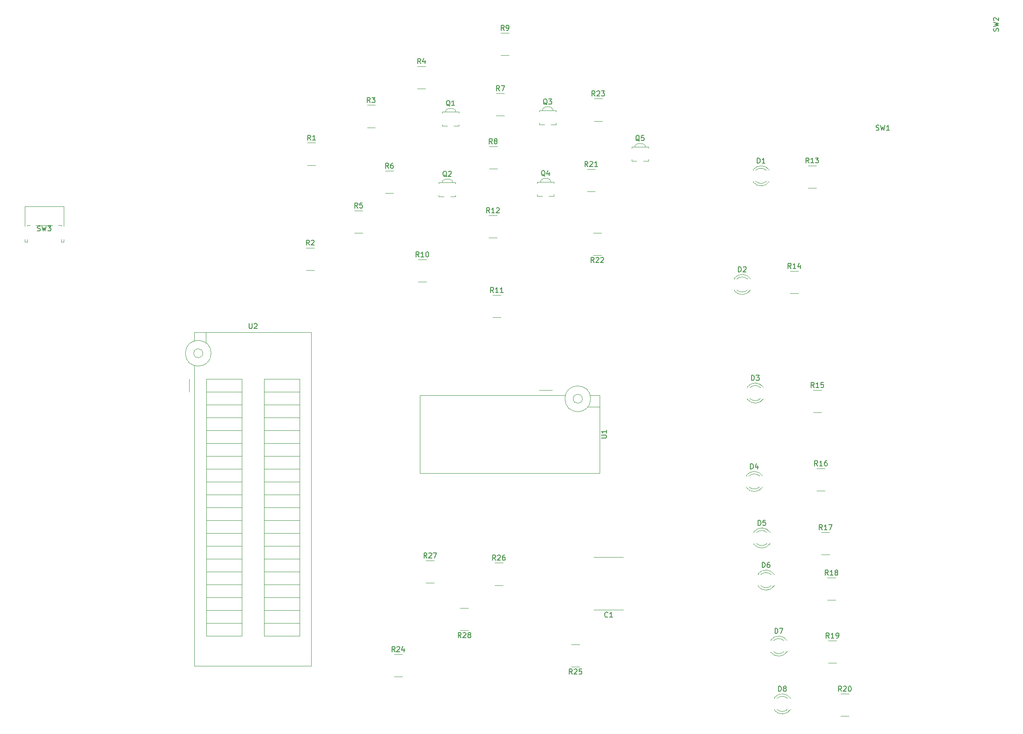
<source format=gbr>
%TF.GenerationSoftware,KiCad,Pcbnew,5.1.6-c6e7f7d~87~ubuntu18.04.1*%
%TF.CreationDate,2020-08-21T18:13:35-04:00*%
%TF.ProjectId,tutorial2,7475746f-7269-4616-9c32-2e6b69636164,rev?*%
%TF.SameCoordinates,Original*%
%TF.FileFunction,Legend,Top*%
%TF.FilePolarity,Positive*%
%FSLAX46Y46*%
G04 Gerber Fmt 4.6, Leading zero omitted, Abs format (unit mm)*
G04 Created by KiCad (PCBNEW 5.1.6-c6e7f7d~87~ubuntu18.04.1) date 2020-08-21 18:13:35*
%MOMM*%
%LPD*%
G01*
G04 APERTURE LIST*
%ADD10C,0.120000*%
%ADD11C,0.150000*%
G04 APERTURE END LIST*
D10*
%TO.C,D1*%
X181970000Y-49639000D02*
X181970000Y-49795000D01*
X181970000Y-51955000D02*
X181970000Y-52111000D01*
X185202335Y-49796392D02*
G75*
G03*
X181970000Y-49639484I-1672335J-1078608D01*
G01*
X185202335Y-51953608D02*
G75*
G02*
X181970000Y-52110516I-1672335J1078608D01*
G01*
X184571130Y-49795163D02*
G75*
G03*
X182489039Y-49795000I-1041130J-1079837D01*
G01*
X184571130Y-51954837D02*
G75*
G02*
X182489039Y-51955000I-1041130J1079837D01*
G01*
%TO.C,D2*%
X178235000Y-73430000D02*
X178235000Y-73586000D01*
X178235000Y-71114000D02*
X178235000Y-71270000D01*
X180836130Y-73429837D02*
G75*
G02*
X178754039Y-73430000I-1041130J1079837D01*
G01*
X180836130Y-71270163D02*
G75*
G03*
X178754039Y-71270000I-1041130J-1079837D01*
G01*
X181467335Y-73428608D02*
G75*
G02*
X178235000Y-73585516I-1672335J1078608D01*
G01*
X181467335Y-71271392D02*
G75*
G03*
X178235000Y-71114484I-1672335J-1078608D01*
G01*
%TO.C,D3*%
X180810000Y-94905000D02*
X180810000Y-95061000D01*
X180810000Y-92589000D02*
X180810000Y-92745000D01*
X183411130Y-94904837D02*
G75*
G02*
X181329039Y-94905000I-1041130J1079837D01*
G01*
X183411130Y-92745163D02*
G75*
G03*
X181329039Y-92745000I-1041130J-1079837D01*
G01*
X184042335Y-94903608D02*
G75*
G02*
X180810000Y-95060516I-1672335J1078608D01*
G01*
X184042335Y-92746392D02*
G75*
G03*
X180810000Y-92589484I-1672335J-1078608D01*
G01*
%TO.C,D4*%
X180620000Y-110064000D02*
X180620000Y-110220000D01*
X180620000Y-112380000D02*
X180620000Y-112536000D01*
X183852335Y-110221392D02*
G75*
G03*
X180620000Y-110064484I-1672335J-1078608D01*
G01*
X183852335Y-112378608D02*
G75*
G02*
X180620000Y-112535516I-1672335J1078608D01*
G01*
X183221130Y-110220163D02*
G75*
G03*
X181139039Y-110220000I-1041130J-1079837D01*
G01*
X183221130Y-112379837D02*
G75*
G02*
X181139039Y-112380000I-1041130J1079837D01*
G01*
%TO.C,D5*%
X182110000Y-123555000D02*
X182110000Y-123711000D01*
X182110000Y-121239000D02*
X182110000Y-121395000D01*
X184711130Y-123554837D02*
G75*
G02*
X182629039Y-123555000I-1041130J1079837D01*
G01*
X184711130Y-121395163D02*
G75*
G03*
X182629039Y-121395000I-1041130J-1079837D01*
G01*
X185342335Y-123553608D02*
G75*
G02*
X182110000Y-123710516I-1672335J1078608D01*
G01*
X185342335Y-121396392D02*
G75*
G03*
X182110000Y-121239484I-1672335J-1078608D01*
G01*
%TO.C,D6*%
X182935000Y-131880000D02*
X182935000Y-132036000D01*
X182935000Y-129564000D02*
X182935000Y-129720000D01*
X185536130Y-131879837D02*
G75*
G02*
X183454039Y-131880000I-1041130J1079837D01*
G01*
X185536130Y-129720163D02*
G75*
G03*
X183454039Y-129720000I-1041130J-1079837D01*
G01*
X186167335Y-131878608D02*
G75*
G02*
X182935000Y-132035516I-1672335J1078608D01*
G01*
X186167335Y-129721392D02*
G75*
G03*
X182935000Y-129564484I-1672335J-1078608D01*
G01*
%TO.C,D7*%
X185460000Y-142614000D02*
X185460000Y-142770000D01*
X185460000Y-144930000D02*
X185460000Y-145086000D01*
X188692335Y-142771392D02*
G75*
G03*
X185460000Y-142614484I-1672335J-1078608D01*
G01*
X188692335Y-144928608D02*
G75*
G02*
X185460000Y-145085516I-1672335J1078608D01*
G01*
X188061130Y-142770163D02*
G75*
G03*
X185979039Y-142770000I-1041130J-1079837D01*
G01*
X188061130Y-144929837D02*
G75*
G02*
X185979039Y-144930000I-1041130J1079837D01*
G01*
%TO.C,D8*%
X186160000Y-154039000D02*
X186160000Y-154195000D01*
X186160000Y-156355000D02*
X186160000Y-156511000D01*
X189392335Y-154196392D02*
G75*
G03*
X186160000Y-154039484I-1672335J-1078608D01*
G01*
X189392335Y-156353608D02*
G75*
G02*
X186160000Y-156510516I-1672335J1078608D01*
G01*
X188761130Y-154195163D02*
G75*
G03*
X186679039Y-154195000I-1041130J-1079837D01*
G01*
X188761130Y-156354837D02*
G75*
G02*
X186679039Y-156355000I-1041130J1079837D01*
G01*
%TO.C,Q1*%
X121600000Y-37505000D02*
X121100000Y-37885000D01*
X121100000Y-37885000D02*
X121100000Y-38205000D01*
X121600000Y-37505000D02*
X122600000Y-37505000D01*
X122600000Y-37505000D02*
X123100000Y-37885000D01*
X123100000Y-37885000D02*
X123100000Y-38205000D01*
X120450000Y-40995000D02*
X121450000Y-40995000D01*
X120450000Y-40705000D02*
X120450000Y-40995000D01*
X123750000Y-40995000D02*
X122750000Y-40995000D01*
X123750000Y-40995000D02*
X123750000Y-40705000D01*
X120450000Y-38495000D02*
X120450000Y-38205000D01*
X120450000Y-38205000D02*
X123750000Y-38205000D01*
X123750000Y-38205000D02*
X123750000Y-38495000D01*
%TO.C,Q2*%
X123100000Y-52180000D02*
X123100000Y-52470000D01*
X119800000Y-52180000D02*
X123100000Y-52180000D01*
X119800000Y-52470000D02*
X119800000Y-52180000D01*
X123100000Y-54970000D02*
X123100000Y-54680000D01*
X123100000Y-54970000D02*
X122100000Y-54970000D01*
X119800000Y-54680000D02*
X119800000Y-54970000D01*
X119800000Y-54970000D02*
X120800000Y-54970000D01*
X122450000Y-51860000D02*
X122450000Y-52180000D01*
X121950000Y-51480000D02*
X122450000Y-51860000D01*
X120950000Y-51480000D02*
X121950000Y-51480000D01*
X120450000Y-51860000D02*
X120450000Y-52180000D01*
X120950000Y-51480000D02*
X120450000Y-51860000D01*
%TO.C,Q3*%
X140800000Y-37230000D02*
X140300000Y-37610000D01*
X140300000Y-37610000D02*
X140300000Y-37930000D01*
X140800000Y-37230000D02*
X141800000Y-37230000D01*
X141800000Y-37230000D02*
X142300000Y-37610000D01*
X142300000Y-37610000D02*
X142300000Y-37930000D01*
X139650000Y-40720000D02*
X140650000Y-40720000D01*
X139650000Y-40430000D02*
X139650000Y-40720000D01*
X142950000Y-40720000D02*
X141950000Y-40720000D01*
X142950000Y-40720000D02*
X142950000Y-40430000D01*
X139650000Y-38220000D02*
X139650000Y-37930000D01*
X139650000Y-37930000D02*
X142950000Y-37930000D01*
X142950000Y-37930000D02*
X142950000Y-38220000D01*
%TO.C,Q4*%
X142550000Y-52055000D02*
X142550000Y-52345000D01*
X139250000Y-52055000D02*
X142550000Y-52055000D01*
X139250000Y-52345000D02*
X139250000Y-52055000D01*
X142550000Y-54845000D02*
X142550000Y-54555000D01*
X142550000Y-54845000D02*
X141550000Y-54845000D01*
X139250000Y-54555000D02*
X139250000Y-54845000D01*
X139250000Y-54845000D02*
X140250000Y-54845000D01*
X141900000Y-51735000D02*
X141900000Y-52055000D01*
X141400000Y-51355000D02*
X141900000Y-51735000D01*
X140400000Y-51355000D02*
X141400000Y-51355000D01*
X139900000Y-51735000D02*
X139900000Y-52055000D01*
X140400000Y-51355000D02*
X139900000Y-51735000D01*
%TO.C,Q5*%
X159075000Y-44430000D02*
X158575000Y-44810000D01*
X158575000Y-44810000D02*
X158575000Y-45130000D01*
X159075000Y-44430000D02*
X160075000Y-44430000D01*
X160075000Y-44430000D02*
X160575000Y-44810000D01*
X160575000Y-44810000D02*
X160575000Y-45130000D01*
X157925000Y-47920000D02*
X158925000Y-47920000D01*
X157925000Y-47630000D02*
X157925000Y-47920000D01*
X161225000Y-47920000D02*
X160225000Y-47920000D01*
X161225000Y-47920000D02*
X161225000Y-47630000D01*
X157925000Y-45420000D02*
X157925000Y-45130000D01*
X157925000Y-45130000D02*
X161225000Y-45130000D01*
X161225000Y-45130000D02*
X161225000Y-45420000D01*
%TO.C,R1*%
X93815131Y-44340000D02*
X95409869Y-44340000D01*
X93815131Y-48760000D02*
X95409869Y-48760000D01*
%TO.C,R2*%
X93540131Y-69510000D02*
X95134869Y-69510000D01*
X93540131Y-65090000D02*
X95134869Y-65090000D01*
%TO.C,R3*%
X105590631Y-41310000D02*
X107185369Y-41310000D01*
X105590631Y-36890000D02*
X107185369Y-36890000D01*
%TO.C,R4*%
X115564631Y-29190000D02*
X117159369Y-29190000D01*
X115564631Y-33610000D02*
X117159369Y-33610000D01*
%TO.C,R5*%
X103102631Y-57740000D02*
X104697369Y-57740000D01*
X103102631Y-62160000D02*
X104697369Y-62160000D01*
%TO.C,R6*%
X109214631Y-54310000D02*
X110809369Y-54310000D01*
X109214631Y-49890000D02*
X110809369Y-49890000D01*
%TO.C,R7*%
X131140631Y-34540000D02*
X132735369Y-34540000D01*
X131140631Y-38960000D02*
X132735369Y-38960000D01*
%TO.C,R8*%
X129740631Y-49460000D02*
X131335369Y-49460000D01*
X129740631Y-45040000D02*
X131335369Y-45040000D01*
%TO.C,R9*%
X132064631Y-27035000D02*
X133659369Y-27035000D01*
X132064631Y-22615000D02*
X133659369Y-22615000D01*
%TO.C,R10*%
X115714631Y-71835000D02*
X117309369Y-71835000D01*
X115714631Y-67415000D02*
X117309369Y-67415000D01*
%TO.C,R11*%
X130464631Y-74465000D02*
X132059369Y-74465000D01*
X130464631Y-78885000D02*
X132059369Y-78885000D01*
%TO.C,R12*%
X129690631Y-58715000D02*
X131285369Y-58715000D01*
X129690631Y-63135000D02*
X131285369Y-63135000D01*
%TO.C,R13*%
X192840631Y-53260000D02*
X194435369Y-53260000D01*
X192840631Y-48840000D02*
X194435369Y-48840000D01*
%TO.C,R14*%
X189314631Y-69690000D02*
X190909369Y-69690000D01*
X189314631Y-74110000D02*
X190909369Y-74110000D01*
%TO.C,R15*%
X193864631Y-97660000D02*
X195459369Y-97660000D01*
X193864631Y-93240000D02*
X195459369Y-93240000D01*
%TO.C,R16*%
X194564631Y-108715000D02*
X196159369Y-108715000D01*
X194564631Y-113135000D02*
X196159369Y-113135000D01*
%TO.C,R17*%
X195490631Y-125785000D02*
X197085369Y-125785000D01*
X195490631Y-121365000D02*
X197085369Y-121365000D01*
%TO.C,R18*%
X196652631Y-130340000D02*
X198247369Y-130340000D01*
X196652631Y-134760000D02*
X198247369Y-134760000D01*
%TO.C,R19*%
X196840631Y-147185000D02*
X198435369Y-147185000D01*
X196840631Y-142765000D02*
X198435369Y-142765000D01*
%TO.C,R20*%
X199290631Y-153290000D02*
X200885369Y-153290000D01*
X199290631Y-157710000D02*
X200885369Y-157710000D01*
%TO.C,R21*%
X149114631Y-49540000D02*
X150709369Y-49540000D01*
X149114631Y-53960000D02*
X150709369Y-53960000D01*
%TO.C,R22*%
X151909369Y-66585000D02*
X150314631Y-66585000D01*
X151909369Y-62165000D02*
X150314631Y-62165000D01*
%TO.C,R23*%
X150514631Y-40035000D02*
X152109369Y-40035000D01*
X150514631Y-35615000D02*
X152109369Y-35615000D01*
%TO.C,R24*%
X110940631Y-145465000D02*
X112535369Y-145465000D01*
X110940631Y-149885000D02*
X112535369Y-149885000D01*
%TO.C,R25*%
X147609369Y-143540000D02*
X146014631Y-143540000D01*
X147609369Y-147960000D02*
X146014631Y-147960000D01*
%TO.C,R26*%
X130864631Y-131810000D02*
X132459369Y-131810000D01*
X130864631Y-127390000D02*
X132459369Y-127390000D01*
%TO.C,R27*%
X117264631Y-126940000D02*
X118859369Y-126940000D01*
X117264631Y-131360000D02*
X118859369Y-131360000D01*
%TO.C,R28*%
X125635369Y-136340000D02*
X124040631Y-136340000D01*
X125635369Y-140760000D02*
X124040631Y-140760000D01*
%TO.C,U1*%
X149825000Y-94950000D02*
G75*
G03*
X149825000Y-94950000I-2550000J0D01*
G01*
X148175000Y-94950000D02*
G75*
G03*
X148175000Y-94950000I-900000J0D01*
G01*
X144825000Y-94260000D02*
X116085000Y-94260000D01*
X116085000Y-94260000D02*
X116085000Y-109660000D01*
X116085000Y-109660000D02*
X151585000Y-109660000D01*
X151585000Y-109660000D02*
X151585000Y-94260000D01*
X151585000Y-94260000D02*
X149725000Y-94260000D01*
X151585000Y-96500000D02*
X149325000Y-96500000D01*
X139655000Y-93200000D02*
X142195000Y-93200000D01*
%TO.C,U2*%
X71450000Y-81800000D02*
X71450000Y-83500000D01*
X73750000Y-81900000D02*
X73750000Y-83900000D01*
X74750000Y-85950000D02*
G75*
G03*
X74750000Y-85950000I-2550000J0D01*
G01*
X73755000Y-93570000D02*
X73755000Y-91030000D01*
X80855000Y-91030000D02*
X80855000Y-93570000D01*
X73755000Y-91030000D02*
X80855000Y-91030000D01*
X71450000Y-88400000D02*
X71450000Y-147800000D01*
X71450000Y-147800000D02*
X94550000Y-147800000D01*
X94550000Y-147800000D02*
X94550000Y-81800000D01*
X94550000Y-81800000D02*
X71450000Y-81800000D01*
X73755000Y-96110000D02*
X73755000Y-93570000D01*
X73755000Y-93570000D02*
X80855000Y-93570000D01*
X80855000Y-93570000D02*
X80855000Y-96110000D01*
X73755000Y-101190000D02*
X73755000Y-98650000D01*
X73755000Y-98650000D02*
X80855000Y-98650000D01*
X80855000Y-98650000D02*
X80855000Y-101190000D01*
X73755000Y-98650000D02*
X73755000Y-96110000D01*
X73755000Y-96110000D02*
X80855000Y-96110000D01*
X80855000Y-96110000D02*
X80855000Y-98650000D01*
X73755000Y-111350000D02*
X73755000Y-108810000D01*
X73755000Y-108810000D02*
X80855000Y-108810000D01*
X80855000Y-108810000D02*
X80855000Y-111350000D01*
X73755000Y-108810000D02*
X73755000Y-106270000D01*
X73755000Y-106270000D02*
X80855000Y-106270000D01*
X80855000Y-106270000D02*
X80855000Y-108810000D01*
X73755000Y-101190000D02*
X80855000Y-101190000D01*
X80855000Y-101190000D02*
X80855000Y-103730000D01*
X73755000Y-103730000D02*
X80855000Y-103730000D01*
X73755000Y-103730000D02*
X73755000Y-101190000D01*
X73755000Y-106270000D02*
X73755000Y-103730000D01*
X80855000Y-103730000D02*
X80855000Y-106270000D01*
X73755000Y-121510000D02*
X73755000Y-118970000D01*
X73755000Y-118970000D02*
X80855000Y-118970000D01*
X80855000Y-118970000D02*
X80855000Y-121510000D01*
X73755000Y-118970000D02*
X73755000Y-116430000D01*
X73755000Y-116430000D02*
X80855000Y-116430000D01*
X80855000Y-116430000D02*
X80855000Y-118970000D01*
X73755000Y-111350000D02*
X80855000Y-111350000D01*
X80855000Y-111350000D02*
X80855000Y-113890000D01*
X73755000Y-113890000D02*
X80855000Y-113890000D01*
X73755000Y-113890000D02*
X73755000Y-111350000D01*
X73755000Y-116430000D02*
X73755000Y-113890000D01*
X80855000Y-113890000D02*
X80855000Y-116430000D01*
X73755000Y-131670000D02*
X73755000Y-129130000D01*
X73755000Y-129130000D02*
X80855000Y-129130000D01*
X80855000Y-129130000D02*
X80855000Y-131670000D01*
X73755000Y-129130000D02*
X73755000Y-126590000D01*
X73755000Y-126590000D02*
X80855000Y-126590000D01*
X80855000Y-126590000D02*
X80855000Y-129130000D01*
X73755000Y-121510000D02*
X80855000Y-121510000D01*
X80855000Y-121510000D02*
X80855000Y-124050000D01*
X73755000Y-124050000D02*
X80855000Y-124050000D01*
X73755000Y-124050000D02*
X73755000Y-121510000D01*
X73755000Y-126590000D02*
X73755000Y-124050000D01*
X80855000Y-124050000D02*
X80855000Y-126590000D01*
X73755000Y-141830000D02*
X73755000Y-139290000D01*
X73755000Y-139290000D02*
X80855000Y-139290000D01*
X80855000Y-139290000D02*
X80855000Y-141830000D01*
X73755000Y-139290000D02*
X73755000Y-136750000D01*
X73755000Y-136750000D02*
X80855000Y-136750000D01*
X80855000Y-136750000D02*
X80855000Y-139290000D01*
X73755000Y-131670000D02*
X80855000Y-131670000D01*
X80855000Y-131670000D02*
X80855000Y-134210000D01*
X73755000Y-134210000D02*
X80855000Y-134210000D01*
X73755000Y-134210000D02*
X73755000Y-131670000D01*
X73755000Y-136750000D02*
X73755000Y-134210000D01*
X80855000Y-134210000D02*
X80855000Y-136750000D01*
X73755000Y-141830000D02*
X80855000Y-141830000D01*
X85185000Y-93570000D02*
X85185000Y-91030000D01*
X85185000Y-91030000D02*
X92285000Y-91030000D01*
X92285000Y-91030000D02*
X92285000Y-93570000D01*
X85185000Y-93570000D02*
X92285000Y-93570000D01*
X85185000Y-101190000D02*
X85185000Y-98650000D01*
X92285000Y-101190000D02*
X92285000Y-103730000D01*
X85185000Y-103730000D02*
X85185000Y-101190000D01*
X85185000Y-101190000D02*
X92285000Y-101190000D01*
X92285000Y-98650000D02*
X92285000Y-101190000D01*
X85185000Y-103730000D02*
X92285000Y-103730000D01*
X85185000Y-96110000D02*
X85185000Y-93570000D01*
X92285000Y-93570000D02*
X92285000Y-96110000D01*
X85185000Y-96110000D02*
X92285000Y-96110000D01*
X92285000Y-96110000D02*
X92285000Y-98650000D01*
X85185000Y-98650000D02*
X85185000Y-96110000D01*
X85185000Y-98650000D02*
X92285000Y-98650000D01*
X92285000Y-139290000D02*
X92285000Y-141830000D01*
X85185000Y-141830000D02*
X85185000Y-139290000D01*
X85185000Y-141830000D02*
X92285000Y-141830000D01*
X92285000Y-103730000D02*
X92285000Y-106270000D01*
X92285000Y-106270000D02*
X92285000Y-108810000D01*
X85185000Y-106270000D02*
X92285000Y-106270000D01*
X85185000Y-106270000D02*
X85185000Y-103730000D01*
X85185000Y-108810000D02*
X85185000Y-106270000D01*
X85185000Y-118970000D02*
X85185000Y-116430000D01*
X92285000Y-116430000D02*
X92285000Y-118970000D01*
X85185000Y-116430000D02*
X92285000Y-116430000D01*
X92285000Y-113890000D02*
X92285000Y-116430000D01*
X85185000Y-116430000D02*
X85185000Y-113890000D01*
X85185000Y-121510000D02*
X92285000Y-121510000D01*
X92285000Y-118970000D02*
X92285000Y-121510000D01*
X85185000Y-118970000D02*
X92285000Y-118970000D01*
X85185000Y-121510000D02*
X85185000Y-118970000D01*
X92285000Y-108810000D02*
X92285000Y-111350000D01*
X85185000Y-111350000D02*
X92285000Y-111350000D01*
X85185000Y-113890000D02*
X92285000Y-113890000D01*
X92285000Y-111350000D02*
X92285000Y-113890000D01*
X85185000Y-111350000D02*
X85185000Y-108810000D01*
X85185000Y-113890000D02*
X85185000Y-111350000D01*
X85185000Y-129130000D02*
X92285000Y-129130000D01*
X92285000Y-131670000D02*
X92285000Y-134210000D01*
X85185000Y-134210000D02*
X85185000Y-131670000D01*
X85185000Y-131670000D02*
X85185000Y-129130000D01*
X85185000Y-134210000D02*
X92285000Y-134210000D01*
X85185000Y-131670000D02*
X92285000Y-131670000D01*
X85185000Y-124050000D02*
X85185000Y-121510000D01*
X92285000Y-121510000D02*
X92285000Y-124050000D01*
X92285000Y-126590000D02*
X92285000Y-129130000D01*
X92285000Y-129130000D02*
X92285000Y-131670000D01*
X85185000Y-129130000D02*
X85185000Y-126590000D01*
X92285000Y-124050000D02*
X92285000Y-126590000D01*
X85185000Y-126590000D02*
X92285000Y-126590000D01*
X85185000Y-124050000D02*
X92285000Y-124050000D01*
X85185000Y-126590000D02*
X85185000Y-124050000D01*
X85185000Y-139290000D02*
X85185000Y-136750000D01*
X92285000Y-134210000D02*
X92285000Y-136750000D01*
X85185000Y-139290000D02*
X92285000Y-139290000D01*
X92285000Y-136750000D02*
X92285000Y-139290000D01*
X85185000Y-136750000D02*
X85185000Y-134210000D01*
X85185000Y-136750000D02*
X92285000Y-136750000D01*
X85185000Y-108810000D02*
X92285000Y-108810000D01*
X73100000Y-85950000D02*
G75*
G03*
X73100000Y-85950000I-900000J0D01*
G01*
X70450000Y-93570000D02*
X70450000Y-91030000D01*
%TO.C,C1*%
X156297369Y-136710000D02*
X150452631Y-136710000D01*
X156297369Y-126290000D02*
X150452631Y-126290000D01*
%TO.C,SW3*%
X40025000Y-60620000D02*
X43425000Y-60620000D01*
X38385000Y-60620000D02*
X38925000Y-60620000D01*
X45585000Y-63450000D02*
X45585000Y-63960000D01*
X45065000Y-63960000D02*
X45585000Y-63960000D01*
X45065000Y-63450000D02*
X45065000Y-63960000D01*
X44525000Y-60620000D02*
X45065000Y-60620000D01*
X37865000Y-63450000D02*
X37865000Y-63960000D01*
X38385000Y-63450000D02*
X38385000Y-63960000D01*
X45065000Y-60620000D02*
X45065000Y-60850000D01*
X37865000Y-56950000D02*
X37865000Y-60850000D01*
X37865000Y-63960000D02*
X38385000Y-63960000D01*
X45585000Y-56950000D02*
X45585000Y-60850000D01*
X37865000Y-56950000D02*
X45585000Y-56950000D01*
X38385000Y-60620000D02*
X38385000Y-60850000D01*
%TO.C,D1*%
D11*
X182791904Y-48367380D02*
X182791904Y-47367380D01*
X183030000Y-47367380D01*
X183172857Y-47415000D01*
X183268095Y-47510238D01*
X183315714Y-47605476D01*
X183363333Y-47795952D01*
X183363333Y-47938809D01*
X183315714Y-48129285D01*
X183268095Y-48224523D01*
X183172857Y-48319761D01*
X183030000Y-48367380D01*
X182791904Y-48367380D01*
X184315714Y-48367380D02*
X183744285Y-48367380D01*
X184030000Y-48367380D02*
X184030000Y-47367380D01*
X183934761Y-47510238D01*
X183839523Y-47605476D01*
X183744285Y-47653095D01*
%TO.C,D2*%
X179056904Y-69842380D02*
X179056904Y-68842380D01*
X179295000Y-68842380D01*
X179437857Y-68890000D01*
X179533095Y-68985238D01*
X179580714Y-69080476D01*
X179628333Y-69270952D01*
X179628333Y-69413809D01*
X179580714Y-69604285D01*
X179533095Y-69699523D01*
X179437857Y-69794761D01*
X179295000Y-69842380D01*
X179056904Y-69842380D01*
X180009285Y-68937619D02*
X180056904Y-68890000D01*
X180152142Y-68842380D01*
X180390238Y-68842380D01*
X180485476Y-68890000D01*
X180533095Y-68937619D01*
X180580714Y-69032857D01*
X180580714Y-69128095D01*
X180533095Y-69270952D01*
X179961666Y-69842380D01*
X180580714Y-69842380D01*
%TO.C,D3*%
X181631904Y-91317380D02*
X181631904Y-90317380D01*
X181870000Y-90317380D01*
X182012857Y-90365000D01*
X182108095Y-90460238D01*
X182155714Y-90555476D01*
X182203333Y-90745952D01*
X182203333Y-90888809D01*
X182155714Y-91079285D01*
X182108095Y-91174523D01*
X182012857Y-91269761D01*
X181870000Y-91317380D01*
X181631904Y-91317380D01*
X182536666Y-90317380D02*
X183155714Y-90317380D01*
X182822380Y-90698333D01*
X182965238Y-90698333D01*
X183060476Y-90745952D01*
X183108095Y-90793571D01*
X183155714Y-90888809D01*
X183155714Y-91126904D01*
X183108095Y-91222142D01*
X183060476Y-91269761D01*
X182965238Y-91317380D01*
X182679523Y-91317380D01*
X182584285Y-91269761D01*
X182536666Y-91222142D01*
%TO.C,D4*%
X181441904Y-108792380D02*
X181441904Y-107792380D01*
X181680000Y-107792380D01*
X181822857Y-107840000D01*
X181918095Y-107935238D01*
X181965714Y-108030476D01*
X182013333Y-108220952D01*
X182013333Y-108363809D01*
X181965714Y-108554285D01*
X181918095Y-108649523D01*
X181822857Y-108744761D01*
X181680000Y-108792380D01*
X181441904Y-108792380D01*
X182870476Y-108125714D02*
X182870476Y-108792380D01*
X182632380Y-107744761D02*
X182394285Y-108459047D01*
X183013333Y-108459047D01*
%TO.C,D5*%
X182931904Y-119967380D02*
X182931904Y-118967380D01*
X183170000Y-118967380D01*
X183312857Y-119015000D01*
X183408095Y-119110238D01*
X183455714Y-119205476D01*
X183503333Y-119395952D01*
X183503333Y-119538809D01*
X183455714Y-119729285D01*
X183408095Y-119824523D01*
X183312857Y-119919761D01*
X183170000Y-119967380D01*
X182931904Y-119967380D01*
X184408095Y-118967380D02*
X183931904Y-118967380D01*
X183884285Y-119443571D01*
X183931904Y-119395952D01*
X184027142Y-119348333D01*
X184265238Y-119348333D01*
X184360476Y-119395952D01*
X184408095Y-119443571D01*
X184455714Y-119538809D01*
X184455714Y-119776904D01*
X184408095Y-119872142D01*
X184360476Y-119919761D01*
X184265238Y-119967380D01*
X184027142Y-119967380D01*
X183931904Y-119919761D01*
X183884285Y-119872142D01*
%TO.C,D6*%
X183756904Y-128292380D02*
X183756904Y-127292380D01*
X183995000Y-127292380D01*
X184137857Y-127340000D01*
X184233095Y-127435238D01*
X184280714Y-127530476D01*
X184328333Y-127720952D01*
X184328333Y-127863809D01*
X184280714Y-128054285D01*
X184233095Y-128149523D01*
X184137857Y-128244761D01*
X183995000Y-128292380D01*
X183756904Y-128292380D01*
X185185476Y-127292380D02*
X184995000Y-127292380D01*
X184899761Y-127340000D01*
X184852142Y-127387619D01*
X184756904Y-127530476D01*
X184709285Y-127720952D01*
X184709285Y-128101904D01*
X184756904Y-128197142D01*
X184804523Y-128244761D01*
X184899761Y-128292380D01*
X185090238Y-128292380D01*
X185185476Y-128244761D01*
X185233095Y-128197142D01*
X185280714Y-128101904D01*
X185280714Y-127863809D01*
X185233095Y-127768571D01*
X185185476Y-127720952D01*
X185090238Y-127673333D01*
X184899761Y-127673333D01*
X184804523Y-127720952D01*
X184756904Y-127768571D01*
X184709285Y-127863809D01*
%TO.C,D7*%
X186281904Y-141342380D02*
X186281904Y-140342380D01*
X186520000Y-140342380D01*
X186662857Y-140390000D01*
X186758095Y-140485238D01*
X186805714Y-140580476D01*
X186853333Y-140770952D01*
X186853333Y-140913809D01*
X186805714Y-141104285D01*
X186758095Y-141199523D01*
X186662857Y-141294761D01*
X186520000Y-141342380D01*
X186281904Y-141342380D01*
X187186666Y-140342380D02*
X187853333Y-140342380D01*
X187424761Y-141342380D01*
%TO.C,D8*%
X186981904Y-152767380D02*
X186981904Y-151767380D01*
X187220000Y-151767380D01*
X187362857Y-151815000D01*
X187458095Y-151910238D01*
X187505714Y-152005476D01*
X187553333Y-152195952D01*
X187553333Y-152338809D01*
X187505714Y-152529285D01*
X187458095Y-152624523D01*
X187362857Y-152719761D01*
X187220000Y-152767380D01*
X186981904Y-152767380D01*
X188124761Y-152195952D02*
X188029523Y-152148333D01*
X187981904Y-152100714D01*
X187934285Y-152005476D01*
X187934285Y-151957857D01*
X187981904Y-151862619D01*
X188029523Y-151815000D01*
X188124761Y-151767380D01*
X188315238Y-151767380D01*
X188410476Y-151815000D01*
X188458095Y-151862619D01*
X188505714Y-151957857D01*
X188505714Y-152005476D01*
X188458095Y-152100714D01*
X188410476Y-152148333D01*
X188315238Y-152195952D01*
X188124761Y-152195952D01*
X188029523Y-152243571D01*
X187981904Y-152291190D01*
X187934285Y-152386428D01*
X187934285Y-152576904D01*
X187981904Y-152672142D01*
X188029523Y-152719761D01*
X188124761Y-152767380D01*
X188315238Y-152767380D01*
X188410476Y-152719761D01*
X188458095Y-152672142D01*
X188505714Y-152576904D01*
X188505714Y-152386428D01*
X188458095Y-152291190D01*
X188410476Y-152243571D01*
X188315238Y-152195952D01*
%TO.C,Q1*%
X122004761Y-37072619D02*
X121909523Y-37025000D01*
X121814285Y-36929761D01*
X121671428Y-36786904D01*
X121576190Y-36739285D01*
X121480952Y-36739285D01*
X121528571Y-36977380D02*
X121433333Y-36929761D01*
X121338095Y-36834523D01*
X121290476Y-36644047D01*
X121290476Y-36310714D01*
X121338095Y-36120238D01*
X121433333Y-36025000D01*
X121528571Y-35977380D01*
X121719047Y-35977380D01*
X121814285Y-36025000D01*
X121909523Y-36120238D01*
X121957142Y-36310714D01*
X121957142Y-36644047D01*
X121909523Y-36834523D01*
X121814285Y-36929761D01*
X121719047Y-36977380D01*
X121528571Y-36977380D01*
X122909523Y-36977380D02*
X122338095Y-36977380D01*
X122623809Y-36977380D02*
X122623809Y-35977380D01*
X122528571Y-36120238D01*
X122433333Y-36215476D01*
X122338095Y-36263095D01*
%TO.C,Q2*%
X121354761Y-51047619D02*
X121259523Y-51000000D01*
X121164285Y-50904761D01*
X121021428Y-50761904D01*
X120926190Y-50714285D01*
X120830952Y-50714285D01*
X120878571Y-50952380D02*
X120783333Y-50904761D01*
X120688095Y-50809523D01*
X120640476Y-50619047D01*
X120640476Y-50285714D01*
X120688095Y-50095238D01*
X120783333Y-50000000D01*
X120878571Y-49952380D01*
X121069047Y-49952380D01*
X121164285Y-50000000D01*
X121259523Y-50095238D01*
X121307142Y-50285714D01*
X121307142Y-50619047D01*
X121259523Y-50809523D01*
X121164285Y-50904761D01*
X121069047Y-50952380D01*
X120878571Y-50952380D01*
X121688095Y-50047619D02*
X121735714Y-50000000D01*
X121830952Y-49952380D01*
X122069047Y-49952380D01*
X122164285Y-50000000D01*
X122211904Y-50047619D01*
X122259523Y-50142857D01*
X122259523Y-50238095D01*
X122211904Y-50380952D01*
X121640476Y-50952380D01*
X122259523Y-50952380D01*
%TO.C,Q3*%
X141204761Y-36797619D02*
X141109523Y-36750000D01*
X141014285Y-36654761D01*
X140871428Y-36511904D01*
X140776190Y-36464285D01*
X140680952Y-36464285D01*
X140728571Y-36702380D02*
X140633333Y-36654761D01*
X140538095Y-36559523D01*
X140490476Y-36369047D01*
X140490476Y-36035714D01*
X140538095Y-35845238D01*
X140633333Y-35750000D01*
X140728571Y-35702380D01*
X140919047Y-35702380D01*
X141014285Y-35750000D01*
X141109523Y-35845238D01*
X141157142Y-36035714D01*
X141157142Y-36369047D01*
X141109523Y-36559523D01*
X141014285Y-36654761D01*
X140919047Y-36702380D01*
X140728571Y-36702380D01*
X141490476Y-35702380D02*
X142109523Y-35702380D01*
X141776190Y-36083333D01*
X141919047Y-36083333D01*
X142014285Y-36130952D01*
X142061904Y-36178571D01*
X142109523Y-36273809D01*
X142109523Y-36511904D01*
X142061904Y-36607142D01*
X142014285Y-36654761D01*
X141919047Y-36702380D01*
X141633333Y-36702380D01*
X141538095Y-36654761D01*
X141490476Y-36607142D01*
%TO.C,Q4*%
X140804761Y-50922619D02*
X140709523Y-50875000D01*
X140614285Y-50779761D01*
X140471428Y-50636904D01*
X140376190Y-50589285D01*
X140280952Y-50589285D01*
X140328571Y-50827380D02*
X140233333Y-50779761D01*
X140138095Y-50684523D01*
X140090476Y-50494047D01*
X140090476Y-50160714D01*
X140138095Y-49970238D01*
X140233333Y-49875000D01*
X140328571Y-49827380D01*
X140519047Y-49827380D01*
X140614285Y-49875000D01*
X140709523Y-49970238D01*
X140757142Y-50160714D01*
X140757142Y-50494047D01*
X140709523Y-50684523D01*
X140614285Y-50779761D01*
X140519047Y-50827380D01*
X140328571Y-50827380D01*
X141614285Y-50160714D02*
X141614285Y-50827380D01*
X141376190Y-49779761D02*
X141138095Y-50494047D01*
X141757142Y-50494047D01*
%TO.C,Q5*%
X159479761Y-43997619D02*
X159384523Y-43950000D01*
X159289285Y-43854761D01*
X159146428Y-43711904D01*
X159051190Y-43664285D01*
X158955952Y-43664285D01*
X159003571Y-43902380D02*
X158908333Y-43854761D01*
X158813095Y-43759523D01*
X158765476Y-43569047D01*
X158765476Y-43235714D01*
X158813095Y-43045238D01*
X158908333Y-42950000D01*
X159003571Y-42902380D01*
X159194047Y-42902380D01*
X159289285Y-42950000D01*
X159384523Y-43045238D01*
X159432142Y-43235714D01*
X159432142Y-43569047D01*
X159384523Y-43759523D01*
X159289285Y-43854761D01*
X159194047Y-43902380D01*
X159003571Y-43902380D01*
X160336904Y-42902380D02*
X159860714Y-42902380D01*
X159813095Y-43378571D01*
X159860714Y-43330952D01*
X159955952Y-43283333D01*
X160194047Y-43283333D01*
X160289285Y-43330952D01*
X160336904Y-43378571D01*
X160384523Y-43473809D01*
X160384523Y-43711904D01*
X160336904Y-43807142D01*
X160289285Y-43854761D01*
X160194047Y-43902380D01*
X159955952Y-43902380D01*
X159860714Y-43854761D01*
X159813095Y-43807142D01*
%TO.C,R1*%
X94445833Y-43822380D02*
X94112500Y-43346190D01*
X93874404Y-43822380D02*
X93874404Y-42822380D01*
X94255357Y-42822380D01*
X94350595Y-42870000D01*
X94398214Y-42917619D01*
X94445833Y-43012857D01*
X94445833Y-43155714D01*
X94398214Y-43250952D01*
X94350595Y-43298571D01*
X94255357Y-43346190D01*
X93874404Y-43346190D01*
X95398214Y-43822380D02*
X94826785Y-43822380D01*
X95112500Y-43822380D02*
X95112500Y-42822380D01*
X95017261Y-42965238D01*
X94922023Y-43060476D01*
X94826785Y-43108095D01*
%TO.C,R2*%
X94170833Y-64572380D02*
X93837500Y-64096190D01*
X93599404Y-64572380D02*
X93599404Y-63572380D01*
X93980357Y-63572380D01*
X94075595Y-63620000D01*
X94123214Y-63667619D01*
X94170833Y-63762857D01*
X94170833Y-63905714D01*
X94123214Y-64000952D01*
X94075595Y-64048571D01*
X93980357Y-64096190D01*
X93599404Y-64096190D01*
X94551785Y-63667619D02*
X94599404Y-63620000D01*
X94694642Y-63572380D01*
X94932738Y-63572380D01*
X95027976Y-63620000D01*
X95075595Y-63667619D01*
X95123214Y-63762857D01*
X95123214Y-63858095D01*
X95075595Y-64000952D01*
X94504166Y-64572380D01*
X95123214Y-64572380D01*
%TO.C,R3*%
X106221333Y-36372380D02*
X105888000Y-35896190D01*
X105649904Y-36372380D02*
X105649904Y-35372380D01*
X106030857Y-35372380D01*
X106126095Y-35420000D01*
X106173714Y-35467619D01*
X106221333Y-35562857D01*
X106221333Y-35705714D01*
X106173714Y-35800952D01*
X106126095Y-35848571D01*
X106030857Y-35896190D01*
X105649904Y-35896190D01*
X106554666Y-35372380D02*
X107173714Y-35372380D01*
X106840380Y-35753333D01*
X106983238Y-35753333D01*
X107078476Y-35800952D01*
X107126095Y-35848571D01*
X107173714Y-35943809D01*
X107173714Y-36181904D01*
X107126095Y-36277142D01*
X107078476Y-36324761D01*
X106983238Y-36372380D01*
X106697523Y-36372380D01*
X106602285Y-36324761D01*
X106554666Y-36277142D01*
%TO.C,R4*%
X116195333Y-28672380D02*
X115862000Y-28196190D01*
X115623904Y-28672380D02*
X115623904Y-27672380D01*
X116004857Y-27672380D01*
X116100095Y-27720000D01*
X116147714Y-27767619D01*
X116195333Y-27862857D01*
X116195333Y-28005714D01*
X116147714Y-28100952D01*
X116100095Y-28148571D01*
X116004857Y-28196190D01*
X115623904Y-28196190D01*
X117052476Y-28005714D02*
X117052476Y-28672380D01*
X116814380Y-27624761D02*
X116576285Y-28339047D01*
X117195333Y-28339047D01*
%TO.C,R5*%
X103733333Y-57222380D02*
X103400000Y-56746190D01*
X103161904Y-57222380D02*
X103161904Y-56222380D01*
X103542857Y-56222380D01*
X103638095Y-56270000D01*
X103685714Y-56317619D01*
X103733333Y-56412857D01*
X103733333Y-56555714D01*
X103685714Y-56650952D01*
X103638095Y-56698571D01*
X103542857Y-56746190D01*
X103161904Y-56746190D01*
X104638095Y-56222380D02*
X104161904Y-56222380D01*
X104114285Y-56698571D01*
X104161904Y-56650952D01*
X104257142Y-56603333D01*
X104495238Y-56603333D01*
X104590476Y-56650952D01*
X104638095Y-56698571D01*
X104685714Y-56793809D01*
X104685714Y-57031904D01*
X104638095Y-57127142D01*
X104590476Y-57174761D01*
X104495238Y-57222380D01*
X104257142Y-57222380D01*
X104161904Y-57174761D01*
X104114285Y-57127142D01*
%TO.C,R6*%
X109845333Y-49372380D02*
X109512000Y-48896190D01*
X109273904Y-49372380D02*
X109273904Y-48372380D01*
X109654857Y-48372380D01*
X109750095Y-48420000D01*
X109797714Y-48467619D01*
X109845333Y-48562857D01*
X109845333Y-48705714D01*
X109797714Y-48800952D01*
X109750095Y-48848571D01*
X109654857Y-48896190D01*
X109273904Y-48896190D01*
X110702476Y-48372380D02*
X110512000Y-48372380D01*
X110416761Y-48420000D01*
X110369142Y-48467619D01*
X110273904Y-48610476D01*
X110226285Y-48800952D01*
X110226285Y-49181904D01*
X110273904Y-49277142D01*
X110321523Y-49324761D01*
X110416761Y-49372380D01*
X110607238Y-49372380D01*
X110702476Y-49324761D01*
X110750095Y-49277142D01*
X110797714Y-49181904D01*
X110797714Y-48943809D01*
X110750095Y-48848571D01*
X110702476Y-48800952D01*
X110607238Y-48753333D01*
X110416761Y-48753333D01*
X110321523Y-48800952D01*
X110273904Y-48848571D01*
X110226285Y-48943809D01*
%TO.C,R7*%
X131771333Y-34022380D02*
X131438000Y-33546190D01*
X131199904Y-34022380D02*
X131199904Y-33022380D01*
X131580857Y-33022380D01*
X131676095Y-33070000D01*
X131723714Y-33117619D01*
X131771333Y-33212857D01*
X131771333Y-33355714D01*
X131723714Y-33450952D01*
X131676095Y-33498571D01*
X131580857Y-33546190D01*
X131199904Y-33546190D01*
X132104666Y-33022380D02*
X132771333Y-33022380D01*
X132342761Y-34022380D01*
%TO.C,R8*%
X130371333Y-44522380D02*
X130038000Y-44046190D01*
X129799904Y-44522380D02*
X129799904Y-43522380D01*
X130180857Y-43522380D01*
X130276095Y-43570000D01*
X130323714Y-43617619D01*
X130371333Y-43712857D01*
X130371333Y-43855714D01*
X130323714Y-43950952D01*
X130276095Y-43998571D01*
X130180857Y-44046190D01*
X129799904Y-44046190D01*
X130942761Y-43950952D02*
X130847523Y-43903333D01*
X130799904Y-43855714D01*
X130752285Y-43760476D01*
X130752285Y-43712857D01*
X130799904Y-43617619D01*
X130847523Y-43570000D01*
X130942761Y-43522380D01*
X131133238Y-43522380D01*
X131228476Y-43570000D01*
X131276095Y-43617619D01*
X131323714Y-43712857D01*
X131323714Y-43760476D01*
X131276095Y-43855714D01*
X131228476Y-43903333D01*
X131133238Y-43950952D01*
X130942761Y-43950952D01*
X130847523Y-43998571D01*
X130799904Y-44046190D01*
X130752285Y-44141428D01*
X130752285Y-44331904D01*
X130799904Y-44427142D01*
X130847523Y-44474761D01*
X130942761Y-44522380D01*
X131133238Y-44522380D01*
X131228476Y-44474761D01*
X131276095Y-44427142D01*
X131323714Y-44331904D01*
X131323714Y-44141428D01*
X131276095Y-44046190D01*
X131228476Y-43998571D01*
X131133238Y-43950952D01*
%TO.C,R9*%
X132695333Y-22097380D02*
X132362000Y-21621190D01*
X132123904Y-22097380D02*
X132123904Y-21097380D01*
X132504857Y-21097380D01*
X132600095Y-21145000D01*
X132647714Y-21192619D01*
X132695333Y-21287857D01*
X132695333Y-21430714D01*
X132647714Y-21525952D01*
X132600095Y-21573571D01*
X132504857Y-21621190D01*
X132123904Y-21621190D01*
X133171523Y-22097380D02*
X133362000Y-22097380D01*
X133457238Y-22049761D01*
X133504857Y-22002142D01*
X133600095Y-21859285D01*
X133647714Y-21668809D01*
X133647714Y-21287857D01*
X133600095Y-21192619D01*
X133552476Y-21145000D01*
X133457238Y-21097380D01*
X133266761Y-21097380D01*
X133171523Y-21145000D01*
X133123904Y-21192619D01*
X133076285Y-21287857D01*
X133076285Y-21525952D01*
X133123904Y-21621190D01*
X133171523Y-21668809D01*
X133266761Y-21716428D01*
X133457238Y-21716428D01*
X133552476Y-21668809D01*
X133600095Y-21621190D01*
X133647714Y-21525952D01*
%TO.C,R10*%
X115869142Y-66897380D02*
X115535809Y-66421190D01*
X115297714Y-66897380D02*
X115297714Y-65897380D01*
X115678666Y-65897380D01*
X115773904Y-65945000D01*
X115821523Y-65992619D01*
X115869142Y-66087857D01*
X115869142Y-66230714D01*
X115821523Y-66325952D01*
X115773904Y-66373571D01*
X115678666Y-66421190D01*
X115297714Y-66421190D01*
X116821523Y-66897380D02*
X116250095Y-66897380D01*
X116535809Y-66897380D02*
X116535809Y-65897380D01*
X116440571Y-66040238D01*
X116345333Y-66135476D01*
X116250095Y-66183095D01*
X117440571Y-65897380D02*
X117535809Y-65897380D01*
X117631047Y-65945000D01*
X117678666Y-65992619D01*
X117726285Y-66087857D01*
X117773904Y-66278333D01*
X117773904Y-66516428D01*
X117726285Y-66706904D01*
X117678666Y-66802142D01*
X117631047Y-66849761D01*
X117535809Y-66897380D01*
X117440571Y-66897380D01*
X117345333Y-66849761D01*
X117297714Y-66802142D01*
X117250095Y-66706904D01*
X117202476Y-66516428D01*
X117202476Y-66278333D01*
X117250095Y-66087857D01*
X117297714Y-65992619D01*
X117345333Y-65945000D01*
X117440571Y-65897380D01*
%TO.C,R11*%
X130619142Y-73947380D02*
X130285809Y-73471190D01*
X130047714Y-73947380D02*
X130047714Y-72947380D01*
X130428666Y-72947380D01*
X130523904Y-72995000D01*
X130571523Y-73042619D01*
X130619142Y-73137857D01*
X130619142Y-73280714D01*
X130571523Y-73375952D01*
X130523904Y-73423571D01*
X130428666Y-73471190D01*
X130047714Y-73471190D01*
X131571523Y-73947380D02*
X131000095Y-73947380D01*
X131285809Y-73947380D02*
X131285809Y-72947380D01*
X131190571Y-73090238D01*
X131095333Y-73185476D01*
X131000095Y-73233095D01*
X132523904Y-73947380D02*
X131952476Y-73947380D01*
X132238190Y-73947380D02*
X132238190Y-72947380D01*
X132142952Y-73090238D01*
X132047714Y-73185476D01*
X131952476Y-73233095D01*
%TO.C,R12*%
X129845142Y-58197380D02*
X129511809Y-57721190D01*
X129273714Y-58197380D02*
X129273714Y-57197380D01*
X129654666Y-57197380D01*
X129749904Y-57245000D01*
X129797523Y-57292619D01*
X129845142Y-57387857D01*
X129845142Y-57530714D01*
X129797523Y-57625952D01*
X129749904Y-57673571D01*
X129654666Y-57721190D01*
X129273714Y-57721190D01*
X130797523Y-58197380D02*
X130226095Y-58197380D01*
X130511809Y-58197380D02*
X130511809Y-57197380D01*
X130416571Y-57340238D01*
X130321333Y-57435476D01*
X130226095Y-57483095D01*
X131178476Y-57292619D02*
X131226095Y-57245000D01*
X131321333Y-57197380D01*
X131559428Y-57197380D01*
X131654666Y-57245000D01*
X131702285Y-57292619D01*
X131749904Y-57387857D01*
X131749904Y-57483095D01*
X131702285Y-57625952D01*
X131130857Y-58197380D01*
X131749904Y-58197380D01*
%TO.C,R13*%
X192995142Y-48322380D02*
X192661809Y-47846190D01*
X192423714Y-48322380D02*
X192423714Y-47322380D01*
X192804666Y-47322380D01*
X192899904Y-47370000D01*
X192947523Y-47417619D01*
X192995142Y-47512857D01*
X192995142Y-47655714D01*
X192947523Y-47750952D01*
X192899904Y-47798571D01*
X192804666Y-47846190D01*
X192423714Y-47846190D01*
X193947523Y-48322380D02*
X193376095Y-48322380D01*
X193661809Y-48322380D02*
X193661809Y-47322380D01*
X193566571Y-47465238D01*
X193471333Y-47560476D01*
X193376095Y-47608095D01*
X194280857Y-47322380D02*
X194899904Y-47322380D01*
X194566571Y-47703333D01*
X194709428Y-47703333D01*
X194804666Y-47750952D01*
X194852285Y-47798571D01*
X194899904Y-47893809D01*
X194899904Y-48131904D01*
X194852285Y-48227142D01*
X194804666Y-48274761D01*
X194709428Y-48322380D01*
X194423714Y-48322380D01*
X194328476Y-48274761D01*
X194280857Y-48227142D01*
%TO.C,R14*%
X189469142Y-69172380D02*
X189135809Y-68696190D01*
X188897714Y-69172380D02*
X188897714Y-68172380D01*
X189278666Y-68172380D01*
X189373904Y-68220000D01*
X189421523Y-68267619D01*
X189469142Y-68362857D01*
X189469142Y-68505714D01*
X189421523Y-68600952D01*
X189373904Y-68648571D01*
X189278666Y-68696190D01*
X188897714Y-68696190D01*
X190421523Y-69172380D02*
X189850095Y-69172380D01*
X190135809Y-69172380D02*
X190135809Y-68172380D01*
X190040571Y-68315238D01*
X189945333Y-68410476D01*
X189850095Y-68458095D01*
X191278666Y-68505714D02*
X191278666Y-69172380D01*
X191040571Y-68124761D02*
X190802476Y-68839047D01*
X191421523Y-68839047D01*
%TO.C,R15*%
X194019142Y-92722380D02*
X193685809Y-92246190D01*
X193447714Y-92722380D02*
X193447714Y-91722380D01*
X193828666Y-91722380D01*
X193923904Y-91770000D01*
X193971523Y-91817619D01*
X194019142Y-91912857D01*
X194019142Y-92055714D01*
X193971523Y-92150952D01*
X193923904Y-92198571D01*
X193828666Y-92246190D01*
X193447714Y-92246190D01*
X194971523Y-92722380D02*
X194400095Y-92722380D01*
X194685809Y-92722380D02*
X194685809Y-91722380D01*
X194590571Y-91865238D01*
X194495333Y-91960476D01*
X194400095Y-92008095D01*
X195876285Y-91722380D02*
X195400095Y-91722380D01*
X195352476Y-92198571D01*
X195400095Y-92150952D01*
X195495333Y-92103333D01*
X195733428Y-92103333D01*
X195828666Y-92150952D01*
X195876285Y-92198571D01*
X195923904Y-92293809D01*
X195923904Y-92531904D01*
X195876285Y-92627142D01*
X195828666Y-92674761D01*
X195733428Y-92722380D01*
X195495333Y-92722380D01*
X195400095Y-92674761D01*
X195352476Y-92627142D01*
%TO.C,R16*%
X194719142Y-108197380D02*
X194385809Y-107721190D01*
X194147714Y-108197380D02*
X194147714Y-107197380D01*
X194528666Y-107197380D01*
X194623904Y-107245000D01*
X194671523Y-107292619D01*
X194719142Y-107387857D01*
X194719142Y-107530714D01*
X194671523Y-107625952D01*
X194623904Y-107673571D01*
X194528666Y-107721190D01*
X194147714Y-107721190D01*
X195671523Y-108197380D02*
X195100095Y-108197380D01*
X195385809Y-108197380D02*
X195385809Y-107197380D01*
X195290571Y-107340238D01*
X195195333Y-107435476D01*
X195100095Y-107483095D01*
X196528666Y-107197380D02*
X196338190Y-107197380D01*
X196242952Y-107245000D01*
X196195333Y-107292619D01*
X196100095Y-107435476D01*
X196052476Y-107625952D01*
X196052476Y-108006904D01*
X196100095Y-108102142D01*
X196147714Y-108149761D01*
X196242952Y-108197380D01*
X196433428Y-108197380D01*
X196528666Y-108149761D01*
X196576285Y-108102142D01*
X196623904Y-108006904D01*
X196623904Y-107768809D01*
X196576285Y-107673571D01*
X196528666Y-107625952D01*
X196433428Y-107578333D01*
X196242952Y-107578333D01*
X196147714Y-107625952D01*
X196100095Y-107673571D01*
X196052476Y-107768809D01*
%TO.C,R17*%
X195645142Y-120847380D02*
X195311809Y-120371190D01*
X195073714Y-120847380D02*
X195073714Y-119847380D01*
X195454666Y-119847380D01*
X195549904Y-119895000D01*
X195597523Y-119942619D01*
X195645142Y-120037857D01*
X195645142Y-120180714D01*
X195597523Y-120275952D01*
X195549904Y-120323571D01*
X195454666Y-120371190D01*
X195073714Y-120371190D01*
X196597523Y-120847380D02*
X196026095Y-120847380D01*
X196311809Y-120847380D02*
X196311809Y-119847380D01*
X196216571Y-119990238D01*
X196121333Y-120085476D01*
X196026095Y-120133095D01*
X196930857Y-119847380D02*
X197597523Y-119847380D01*
X197168952Y-120847380D01*
%TO.C,R18*%
X196807142Y-129822380D02*
X196473809Y-129346190D01*
X196235714Y-129822380D02*
X196235714Y-128822380D01*
X196616666Y-128822380D01*
X196711904Y-128870000D01*
X196759523Y-128917619D01*
X196807142Y-129012857D01*
X196807142Y-129155714D01*
X196759523Y-129250952D01*
X196711904Y-129298571D01*
X196616666Y-129346190D01*
X196235714Y-129346190D01*
X197759523Y-129822380D02*
X197188095Y-129822380D01*
X197473809Y-129822380D02*
X197473809Y-128822380D01*
X197378571Y-128965238D01*
X197283333Y-129060476D01*
X197188095Y-129108095D01*
X198330952Y-129250952D02*
X198235714Y-129203333D01*
X198188095Y-129155714D01*
X198140476Y-129060476D01*
X198140476Y-129012857D01*
X198188095Y-128917619D01*
X198235714Y-128870000D01*
X198330952Y-128822380D01*
X198521428Y-128822380D01*
X198616666Y-128870000D01*
X198664285Y-128917619D01*
X198711904Y-129012857D01*
X198711904Y-129060476D01*
X198664285Y-129155714D01*
X198616666Y-129203333D01*
X198521428Y-129250952D01*
X198330952Y-129250952D01*
X198235714Y-129298571D01*
X198188095Y-129346190D01*
X198140476Y-129441428D01*
X198140476Y-129631904D01*
X198188095Y-129727142D01*
X198235714Y-129774761D01*
X198330952Y-129822380D01*
X198521428Y-129822380D01*
X198616666Y-129774761D01*
X198664285Y-129727142D01*
X198711904Y-129631904D01*
X198711904Y-129441428D01*
X198664285Y-129346190D01*
X198616666Y-129298571D01*
X198521428Y-129250952D01*
%TO.C,R19*%
X196995142Y-142247380D02*
X196661809Y-141771190D01*
X196423714Y-142247380D02*
X196423714Y-141247380D01*
X196804666Y-141247380D01*
X196899904Y-141295000D01*
X196947523Y-141342619D01*
X196995142Y-141437857D01*
X196995142Y-141580714D01*
X196947523Y-141675952D01*
X196899904Y-141723571D01*
X196804666Y-141771190D01*
X196423714Y-141771190D01*
X197947523Y-142247380D02*
X197376095Y-142247380D01*
X197661809Y-142247380D02*
X197661809Y-141247380D01*
X197566571Y-141390238D01*
X197471333Y-141485476D01*
X197376095Y-141533095D01*
X198423714Y-142247380D02*
X198614190Y-142247380D01*
X198709428Y-142199761D01*
X198757047Y-142152142D01*
X198852285Y-142009285D01*
X198899904Y-141818809D01*
X198899904Y-141437857D01*
X198852285Y-141342619D01*
X198804666Y-141295000D01*
X198709428Y-141247380D01*
X198518952Y-141247380D01*
X198423714Y-141295000D01*
X198376095Y-141342619D01*
X198328476Y-141437857D01*
X198328476Y-141675952D01*
X198376095Y-141771190D01*
X198423714Y-141818809D01*
X198518952Y-141866428D01*
X198709428Y-141866428D01*
X198804666Y-141818809D01*
X198852285Y-141771190D01*
X198899904Y-141675952D01*
%TO.C,R20*%
X199445142Y-152772380D02*
X199111809Y-152296190D01*
X198873714Y-152772380D02*
X198873714Y-151772380D01*
X199254666Y-151772380D01*
X199349904Y-151820000D01*
X199397523Y-151867619D01*
X199445142Y-151962857D01*
X199445142Y-152105714D01*
X199397523Y-152200952D01*
X199349904Y-152248571D01*
X199254666Y-152296190D01*
X198873714Y-152296190D01*
X199826095Y-151867619D02*
X199873714Y-151820000D01*
X199968952Y-151772380D01*
X200207047Y-151772380D01*
X200302285Y-151820000D01*
X200349904Y-151867619D01*
X200397523Y-151962857D01*
X200397523Y-152058095D01*
X200349904Y-152200952D01*
X199778476Y-152772380D01*
X200397523Y-152772380D01*
X201016571Y-151772380D02*
X201111809Y-151772380D01*
X201207047Y-151820000D01*
X201254666Y-151867619D01*
X201302285Y-151962857D01*
X201349904Y-152153333D01*
X201349904Y-152391428D01*
X201302285Y-152581904D01*
X201254666Y-152677142D01*
X201207047Y-152724761D01*
X201111809Y-152772380D01*
X201016571Y-152772380D01*
X200921333Y-152724761D01*
X200873714Y-152677142D01*
X200826095Y-152581904D01*
X200778476Y-152391428D01*
X200778476Y-152153333D01*
X200826095Y-151962857D01*
X200873714Y-151867619D01*
X200921333Y-151820000D01*
X201016571Y-151772380D01*
%TO.C,R21*%
X149269142Y-49022380D02*
X148935809Y-48546190D01*
X148697714Y-49022380D02*
X148697714Y-48022380D01*
X149078666Y-48022380D01*
X149173904Y-48070000D01*
X149221523Y-48117619D01*
X149269142Y-48212857D01*
X149269142Y-48355714D01*
X149221523Y-48450952D01*
X149173904Y-48498571D01*
X149078666Y-48546190D01*
X148697714Y-48546190D01*
X149650095Y-48117619D02*
X149697714Y-48070000D01*
X149792952Y-48022380D01*
X150031047Y-48022380D01*
X150126285Y-48070000D01*
X150173904Y-48117619D01*
X150221523Y-48212857D01*
X150221523Y-48308095D01*
X150173904Y-48450952D01*
X149602476Y-49022380D01*
X150221523Y-49022380D01*
X151173904Y-49022380D02*
X150602476Y-49022380D01*
X150888190Y-49022380D02*
X150888190Y-48022380D01*
X150792952Y-48165238D01*
X150697714Y-48260476D01*
X150602476Y-48308095D01*
%TO.C,R22*%
X150469142Y-68007380D02*
X150135809Y-67531190D01*
X149897714Y-68007380D02*
X149897714Y-67007380D01*
X150278666Y-67007380D01*
X150373904Y-67055000D01*
X150421523Y-67102619D01*
X150469142Y-67197857D01*
X150469142Y-67340714D01*
X150421523Y-67435952D01*
X150373904Y-67483571D01*
X150278666Y-67531190D01*
X149897714Y-67531190D01*
X150850095Y-67102619D02*
X150897714Y-67055000D01*
X150992952Y-67007380D01*
X151231047Y-67007380D01*
X151326285Y-67055000D01*
X151373904Y-67102619D01*
X151421523Y-67197857D01*
X151421523Y-67293095D01*
X151373904Y-67435952D01*
X150802476Y-68007380D01*
X151421523Y-68007380D01*
X151802476Y-67102619D02*
X151850095Y-67055000D01*
X151945333Y-67007380D01*
X152183428Y-67007380D01*
X152278666Y-67055000D01*
X152326285Y-67102619D01*
X152373904Y-67197857D01*
X152373904Y-67293095D01*
X152326285Y-67435952D01*
X151754857Y-68007380D01*
X152373904Y-68007380D01*
%TO.C,R23*%
X150669142Y-35097380D02*
X150335809Y-34621190D01*
X150097714Y-35097380D02*
X150097714Y-34097380D01*
X150478666Y-34097380D01*
X150573904Y-34145000D01*
X150621523Y-34192619D01*
X150669142Y-34287857D01*
X150669142Y-34430714D01*
X150621523Y-34525952D01*
X150573904Y-34573571D01*
X150478666Y-34621190D01*
X150097714Y-34621190D01*
X151050095Y-34192619D02*
X151097714Y-34145000D01*
X151192952Y-34097380D01*
X151431047Y-34097380D01*
X151526285Y-34145000D01*
X151573904Y-34192619D01*
X151621523Y-34287857D01*
X151621523Y-34383095D01*
X151573904Y-34525952D01*
X151002476Y-35097380D01*
X151621523Y-35097380D01*
X151954857Y-34097380D02*
X152573904Y-34097380D01*
X152240571Y-34478333D01*
X152383428Y-34478333D01*
X152478666Y-34525952D01*
X152526285Y-34573571D01*
X152573904Y-34668809D01*
X152573904Y-34906904D01*
X152526285Y-35002142D01*
X152478666Y-35049761D01*
X152383428Y-35097380D01*
X152097714Y-35097380D01*
X152002476Y-35049761D01*
X151954857Y-35002142D01*
%TO.C,R24*%
X111095142Y-144947380D02*
X110761809Y-144471190D01*
X110523714Y-144947380D02*
X110523714Y-143947380D01*
X110904666Y-143947380D01*
X110999904Y-143995000D01*
X111047523Y-144042619D01*
X111095142Y-144137857D01*
X111095142Y-144280714D01*
X111047523Y-144375952D01*
X110999904Y-144423571D01*
X110904666Y-144471190D01*
X110523714Y-144471190D01*
X111476095Y-144042619D02*
X111523714Y-143995000D01*
X111618952Y-143947380D01*
X111857047Y-143947380D01*
X111952285Y-143995000D01*
X111999904Y-144042619D01*
X112047523Y-144137857D01*
X112047523Y-144233095D01*
X111999904Y-144375952D01*
X111428476Y-144947380D01*
X112047523Y-144947380D01*
X112904666Y-144280714D02*
X112904666Y-144947380D01*
X112666571Y-143899761D02*
X112428476Y-144614047D01*
X113047523Y-144614047D01*
%TO.C,R25*%
X146169142Y-149382380D02*
X145835809Y-148906190D01*
X145597714Y-149382380D02*
X145597714Y-148382380D01*
X145978666Y-148382380D01*
X146073904Y-148430000D01*
X146121523Y-148477619D01*
X146169142Y-148572857D01*
X146169142Y-148715714D01*
X146121523Y-148810952D01*
X146073904Y-148858571D01*
X145978666Y-148906190D01*
X145597714Y-148906190D01*
X146550095Y-148477619D02*
X146597714Y-148430000D01*
X146692952Y-148382380D01*
X146931047Y-148382380D01*
X147026285Y-148430000D01*
X147073904Y-148477619D01*
X147121523Y-148572857D01*
X147121523Y-148668095D01*
X147073904Y-148810952D01*
X146502476Y-149382380D01*
X147121523Y-149382380D01*
X148026285Y-148382380D02*
X147550095Y-148382380D01*
X147502476Y-148858571D01*
X147550095Y-148810952D01*
X147645333Y-148763333D01*
X147883428Y-148763333D01*
X147978666Y-148810952D01*
X148026285Y-148858571D01*
X148073904Y-148953809D01*
X148073904Y-149191904D01*
X148026285Y-149287142D01*
X147978666Y-149334761D01*
X147883428Y-149382380D01*
X147645333Y-149382380D01*
X147550095Y-149334761D01*
X147502476Y-149287142D01*
%TO.C,R26*%
X131019142Y-126872380D02*
X130685809Y-126396190D01*
X130447714Y-126872380D02*
X130447714Y-125872380D01*
X130828666Y-125872380D01*
X130923904Y-125920000D01*
X130971523Y-125967619D01*
X131019142Y-126062857D01*
X131019142Y-126205714D01*
X130971523Y-126300952D01*
X130923904Y-126348571D01*
X130828666Y-126396190D01*
X130447714Y-126396190D01*
X131400095Y-125967619D02*
X131447714Y-125920000D01*
X131542952Y-125872380D01*
X131781047Y-125872380D01*
X131876285Y-125920000D01*
X131923904Y-125967619D01*
X131971523Y-126062857D01*
X131971523Y-126158095D01*
X131923904Y-126300952D01*
X131352476Y-126872380D01*
X131971523Y-126872380D01*
X132828666Y-125872380D02*
X132638190Y-125872380D01*
X132542952Y-125920000D01*
X132495333Y-125967619D01*
X132400095Y-126110476D01*
X132352476Y-126300952D01*
X132352476Y-126681904D01*
X132400095Y-126777142D01*
X132447714Y-126824761D01*
X132542952Y-126872380D01*
X132733428Y-126872380D01*
X132828666Y-126824761D01*
X132876285Y-126777142D01*
X132923904Y-126681904D01*
X132923904Y-126443809D01*
X132876285Y-126348571D01*
X132828666Y-126300952D01*
X132733428Y-126253333D01*
X132542952Y-126253333D01*
X132447714Y-126300952D01*
X132400095Y-126348571D01*
X132352476Y-126443809D01*
%TO.C,R27*%
X117419142Y-126422380D02*
X117085809Y-125946190D01*
X116847714Y-126422380D02*
X116847714Y-125422380D01*
X117228666Y-125422380D01*
X117323904Y-125470000D01*
X117371523Y-125517619D01*
X117419142Y-125612857D01*
X117419142Y-125755714D01*
X117371523Y-125850952D01*
X117323904Y-125898571D01*
X117228666Y-125946190D01*
X116847714Y-125946190D01*
X117800095Y-125517619D02*
X117847714Y-125470000D01*
X117942952Y-125422380D01*
X118181047Y-125422380D01*
X118276285Y-125470000D01*
X118323904Y-125517619D01*
X118371523Y-125612857D01*
X118371523Y-125708095D01*
X118323904Y-125850952D01*
X117752476Y-126422380D01*
X118371523Y-126422380D01*
X118704857Y-125422380D02*
X119371523Y-125422380D01*
X118942952Y-126422380D01*
%TO.C,R28*%
X124195142Y-142182380D02*
X123861809Y-141706190D01*
X123623714Y-142182380D02*
X123623714Y-141182380D01*
X124004666Y-141182380D01*
X124099904Y-141230000D01*
X124147523Y-141277619D01*
X124195142Y-141372857D01*
X124195142Y-141515714D01*
X124147523Y-141610952D01*
X124099904Y-141658571D01*
X124004666Y-141706190D01*
X123623714Y-141706190D01*
X124576095Y-141277619D02*
X124623714Y-141230000D01*
X124718952Y-141182380D01*
X124957047Y-141182380D01*
X125052285Y-141230000D01*
X125099904Y-141277619D01*
X125147523Y-141372857D01*
X125147523Y-141468095D01*
X125099904Y-141610952D01*
X124528476Y-142182380D01*
X125147523Y-142182380D01*
X125718952Y-141610952D02*
X125623714Y-141563333D01*
X125576095Y-141515714D01*
X125528476Y-141420476D01*
X125528476Y-141372857D01*
X125576095Y-141277619D01*
X125623714Y-141230000D01*
X125718952Y-141182380D01*
X125909428Y-141182380D01*
X126004666Y-141230000D01*
X126052285Y-141277619D01*
X126099904Y-141372857D01*
X126099904Y-141420476D01*
X126052285Y-141515714D01*
X126004666Y-141563333D01*
X125909428Y-141610952D01*
X125718952Y-141610952D01*
X125623714Y-141658571D01*
X125576095Y-141706190D01*
X125528476Y-141801428D01*
X125528476Y-141991904D01*
X125576095Y-142087142D01*
X125623714Y-142134761D01*
X125718952Y-142182380D01*
X125909428Y-142182380D01*
X126004666Y-142134761D01*
X126052285Y-142087142D01*
X126099904Y-141991904D01*
X126099904Y-141801428D01*
X126052285Y-141706190D01*
X126004666Y-141658571D01*
X125909428Y-141610952D01*
%TO.C,SW1*%
X206266666Y-41804761D02*
X206409523Y-41852380D01*
X206647619Y-41852380D01*
X206742857Y-41804761D01*
X206790476Y-41757142D01*
X206838095Y-41661904D01*
X206838095Y-41566666D01*
X206790476Y-41471428D01*
X206742857Y-41423809D01*
X206647619Y-41376190D01*
X206457142Y-41328571D01*
X206361904Y-41280952D01*
X206314285Y-41233333D01*
X206266666Y-41138095D01*
X206266666Y-41042857D01*
X206314285Y-40947619D01*
X206361904Y-40900000D01*
X206457142Y-40852380D01*
X206695238Y-40852380D01*
X206838095Y-40900000D01*
X207171428Y-40852380D02*
X207409523Y-41852380D01*
X207600000Y-41138095D01*
X207790476Y-41852380D01*
X208028571Y-40852380D01*
X208933333Y-41852380D02*
X208361904Y-41852380D01*
X208647619Y-41852380D02*
X208647619Y-40852380D01*
X208552380Y-40995238D01*
X208457142Y-41090476D01*
X208361904Y-41138095D01*
%TO.C,SW2*%
X230454761Y-22258333D02*
X230502380Y-22115476D01*
X230502380Y-21877380D01*
X230454761Y-21782142D01*
X230407142Y-21734523D01*
X230311904Y-21686904D01*
X230216666Y-21686904D01*
X230121428Y-21734523D01*
X230073809Y-21782142D01*
X230026190Y-21877380D01*
X229978571Y-22067857D01*
X229930952Y-22163095D01*
X229883333Y-22210714D01*
X229788095Y-22258333D01*
X229692857Y-22258333D01*
X229597619Y-22210714D01*
X229550000Y-22163095D01*
X229502380Y-22067857D01*
X229502380Y-21829761D01*
X229550000Y-21686904D01*
X229502380Y-21353571D02*
X230502380Y-21115476D01*
X229788095Y-20925000D01*
X230502380Y-20734523D01*
X229502380Y-20496428D01*
X229597619Y-20163095D02*
X229550000Y-20115476D01*
X229502380Y-20020238D01*
X229502380Y-19782142D01*
X229550000Y-19686904D01*
X229597619Y-19639285D01*
X229692857Y-19591666D01*
X229788095Y-19591666D01*
X229930952Y-19639285D01*
X230502380Y-20210714D01*
X230502380Y-19591666D01*
%TO.C,U1*%
X151937380Y-102721904D02*
X152746904Y-102721904D01*
X152842142Y-102674285D01*
X152889761Y-102626666D01*
X152937380Y-102531428D01*
X152937380Y-102340952D01*
X152889761Y-102245714D01*
X152842142Y-102198095D01*
X152746904Y-102150476D01*
X151937380Y-102150476D01*
X152937380Y-101150476D02*
X152937380Y-101721904D01*
X152937380Y-101436190D02*
X151937380Y-101436190D01*
X152080238Y-101531428D01*
X152175476Y-101626666D01*
X152223095Y-101721904D01*
%TO.C,U2*%
X82258095Y-80072380D02*
X82258095Y-80881904D01*
X82305714Y-80977142D01*
X82353333Y-81024761D01*
X82448571Y-81072380D01*
X82639047Y-81072380D01*
X82734285Y-81024761D01*
X82781904Y-80977142D01*
X82829523Y-80881904D01*
X82829523Y-80072380D01*
X83258095Y-80167619D02*
X83305714Y-80120000D01*
X83400952Y-80072380D01*
X83639047Y-80072380D01*
X83734285Y-80120000D01*
X83781904Y-80167619D01*
X83829523Y-80262857D01*
X83829523Y-80358095D01*
X83781904Y-80500952D01*
X83210476Y-81072380D01*
X83829523Y-81072380D01*
%TO.C,C1*%
X153208333Y-138037142D02*
X153160714Y-138084761D01*
X153017857Y-138132380D01*
X152922619Y-138132380D01*
X152779761Y-138084761D01*
X152684523Y-137989523D01*
X152636904Y-137894285D01*
X152589285Y-137703809D01*
X152589285Y-137560952D01*
X152636904Y-137370476D01*
X152684523Y-137275238D01*
X152779761Y-137180000D01*
X152922619Y-137132380D01*
X153017857Y-137132380D01*
X153160714Y-137180000D01*
X153208333Y-137227619D01*
X154160714Y-138132380D02*
X153589285Y-138132380D01*
X153875000Y-138132380D02*
X153875000Y-137132380D01*
X153779761Y-137275238D01*
X153684523Y-137370476D01*
X153589285Y-137418095D01*
%TO.C,SW3*%
X40391666Y-61734761D02*
X40534523Y-61782380D01*
X40772619Y-61782380D01*
X40867857Y-61734761D01*
X40915476Y-61687142D01*
X40963095Y-61591904D01*
X40963095Y-61496666D01*
X40915476Y-61401428D01*
X40867857Y-61353809D01*
X40772619Y-61306190D01*
X40582142Y-61258571D01*
X40486904Y-61210952D01*
X40439285Y-61163333D01*
X40391666Y-61068095D01*
X40391666Y-60972857D01*
X40439285Y-60877619D01*
X40486904Y-60830000D01*
X40582142Y-60782380D01*
X40820238Y-60782380D01*
X40963095Y-60830000D01*
X41296428Y-60782380D02*
X41534523Y-61782380D01*
X41725000Y-61068095D01*
X41915476Y-61782380D01*
X42153571Y-60782380D01*
X42439285Y-60782380D02*
X43058333Y-60782380D01*
X42725000Y-61163333D01*
X42867857Y-61163333D01*
X42963095Y-61210952D01*
X43010714Y-61258571D01*
X43058333Y-61353809D01*
X43058333Y-61591904D01*
X43010714Y-61687142D01*
X42963095Y-61734761D01*
X42867857Y-61782380D01*
X42582142Y-61782380D01*
X42486904Y-61734761D01*
X42439285Y-61687142D01*
%TD*%
M02*

</source>
